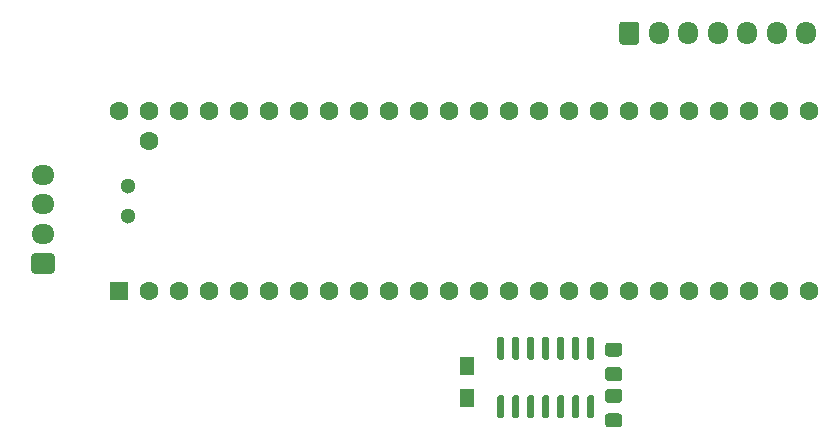
<source format=gbr>
%TF.GenerationSoftware,KiCad,Pcbnew,(5.1.10)-1*%
%TF.CreationDate,2021-09-26T01:53:07+10:00*%
%TF.ProjectId,RedPyKeeb_MCU,52656450-794b-4656-9562-5f4d43552e6b,rev?*%
%TF.SameCoordinates,Original*%
%TF.FileFunction,Soldermask,Top*%
%TF.FilePolarity,Negative*%
%FSLAX46Y46*%
G04 Gerber Fmt 4.6, Leading zero omitted, Abs format (unit mm)*
G04 Created by KiCad (PCBNEW (5.1.10)-1) date 2021-09-26 01:53:07*
%MOMM*%
%LPD*%
G01*
G04 APERTURE LIST*
%ADD10R,1.300000X1.500000*%
%ADD11O,1.700000X1.950000*%
%ADD12O,1.950000X1.700000*%
%ADD13C,1.600000*%
%ADD14R,1.600000X1.600000*%
%ADD15C,1.300000*%
G04 APERTURE END LIST*
D10*
%TO.C,R1*%
X63703200Y-61874400D03*
X63703200Y-59174400D03*
%TD*%
%TO.C,U1*%
G36*
G01*
X74068800Y-61647200D02*
X74368800Y-61647200D01*
G75*
G02*
X74518800Y-61797200I0J-150000D01*
G01*
X74518800Y-63447200D01*
G75*
G02*
X74368800Y-63597200I-150000J0D01*
G01*
X74068800Y-63597200D01*
G75*
G02*
X73918800Y-63447200I0J150000D01*
G01*
X73918800Y-61797200D01*
G75*
G02*
X74068800Y-61647200I150000J0D01*
G01*
G37*
G36*
G01*
X72798800Y-61647200D02*
X73098800Y-61647200D01*
G75*
G02*
X73248800Y-61797200I0J-150000D01*
G01*
X73248800Y-63447200D01*
G75*
G02*
X73098800Y-63597200I-150000J0D01*
G01*
X72798800Y-63597200D01*
G75*
G02*
X72648800Y-63447200I0J150000D01*
G01*
X72648800Y-61797200D01*
G75*
G02*
X72798800Y-61647200I150000J0D01*
G01*
G37*
G36*
G01*
X71528800Y-61647200D02*
X71828800Y-61647200D01*
G75*
G02*
X71978800Y-61797200I0J-150000D01*
G01*
X71978800Y-63447200D01*
G75*
G02*
X71828800Y-63597200I-150000J0D01*
G01*
X71528800Y-63597200D01*
G75*
G02*
X71378800Y-63447200I0J150000D01*
G01*
X71378800Y-61797200D01*
G75*
G02*
X71528800Y-61647200I150000J0D01*
G01*
G37*
G36*
G01*
X70258800Y-61647200D02*
X70558800Y-61647200D01*
G75*
G02*
X70708800Y-61797200I0J-150000D01*
G01*
X70708800Y-63447200D01*
G75*
G02*
X70558800Y-63597200I-150000J0D01*
G01*
X70258800Y-63597200D01*
G75*
G02*
X70108800Y-63447200I0J150000D01*
G01*
X70108800Y-61797200D01*
G75*
G02*
X70258800Y-61647200I150000J0D01*
G01*
G37*
G36*
G01*
X68988800Y-61647200D02*
X69288800Y-61647200D01*
G75*
G02*
X69438800Y-61797200I0J-150000D01*
G01*
X69438800Y-63447200D01*
G75*
G02*
X69288800Y-63597200I-150000J0D01*
G01*
X68988800Y-63597200D01*
G75*
G02*
X68838800Y-63447200I0J150000D01*
G01*
X68838800Y-61797200D01*
G75*
G02*
X68988800Y-61647200I150000J0D01*
G01*
G37*
G36*
G01*
X67718800Y-61647200D02*
X68018800Y-61647200D01*
G75*
G02*
X68168800Y-61797200I0J-150000D01*
G01*
X68168800Y-63447200D01*
G75*
G02*
X68018800Y-63597200I-150000J0D01*
G01*
X67718800Y-63597200D01*
G75*
G02*
X67568800Y-63447200I0J150000D01*
G01*
X67568800Y-61797200D01*
G75*
G02*
X67718800Y-61647200I150000J0D01*
G01*
G37*
G36*
G01*
X66448800Y-61647200D02*
X66748800Y-61647200D01*
G75*
G02*
X66898800Y-61797200I0J-150000D01*
G01*
X66898800Y-63447200D01*
G75*
G02*
X66748800Y-63597200I-150000J0D01*
G01*
X66448800Y-63597200D01*
G75*
G02*
X66298800Y-63447200I0J150000D01*
G01*
X66298800Y-61797200D01*
G75*
G02*
X66448800Y-61647200I150000J0D01*
G01*
G37*
G36*
G01*
X66448800Y-56697200D02*
X66748800Y-56697200D01*
G75*
G02*
X66898800Y-56847200I0J-150000D01*
G01*
X66898800Y-58497200D01*
G75*
G02*
X66748800Y-58647200I-150000J0D01*
G01*
X66448800Y-58647200D01*
G75*
G02*
X66298800Y-58497200I0J150000D01*
G01*
X66298800Y-56847200D01*
G75*
G02*
X66448800Y-56697200I150000J0D01*
G01*
G37*
G36*
G01*
X67718800Y-56697200D02*
X68018800Y-56697200D01*
G75*
G02*
X68168800Y-56847200I0J-150000D01*
G01*
X68168800Y-58497200D01*
G75*
G02*
X68018800Y-58647200I-150000J0D01*
G01*
X67718800Y-58647200D01*
G75*
G02*
X67568800Y-58497200I0J150000D01*
G01*
X67568800Y-56847200D01*
G75*
G02*
X67718800Y-56697200I150000J0D01*
G01*
G37*
G36*
G01*
X68988800Y-56697200D02*
X69288800Y-56697200D01*
G75*
G02*
X69438800Y-56847200I0J-150000D01*
G01*
X69438800Y-58497200D01*
G75*
G02*
X69288800Y-58647200I-150000J0D01*
G01*
X68988800Y-58647200D01*
G75*
G02*
X68838800Y-58497200I0J150000D01*
G01*
X68838800Y-56847200D01*
G75*
G02*
X68988800Y-56697200I150000J0D01*
G01*
G37*
G36*
G01*
X70258800Y-56697200D02*
X70558800Y-56697200D01*
G75*
G02*
X70708800Y-56847200I0J-150000D01*
G01*
X70708800Y-58497200D01*
G75*
G02*
X70558800Y-58647200I-150000J0D01*
G01*
X70258800Y-58647200D01*
G75*
G02*
X70108800Y-58497200I0J150000D01*
G01*
X70108800Y-56847200D01*
G75*
G02*
X70258800Y-56697200I150000J0D01*
G01*
G37*
G36*
G01*
X71528800Y-56697200D02*
X71828800Y-56697200D01*
G75*
G02*
X71978800Y-56847200I0J-150000D01*
G01*
X71978800Y-58497200D01*
G75*
G02*
X71828800Y-58647200I-150000J0D01*
G01*
X71528800Y-58647200D01*
G75*
G02*
X71378800Y-58497200I0J150000D01*
G01*
X71378800Y-56847200D01*
G75*
G02*
X71528800Y-56697200I150000J0D01*
G01*
G37*
G36*
G01*
X72798800Y-56697200D02*
X73098800Y-56697200D01*
G75*
G02*
X73248800Y-56847200I0J-150000D01*
G01*
X73248800Y-58497200D01*
G75*
G02*
X73098800Y-58647200I-150000J0D01*
G01*
X72798800Y-58647200D01*
G75*
G02*
X72648800Y-58497200I0J150000D01*
G01*
X72648800Y-56847200D01*
G75*
G02*
X72798800Y-56697200I150000J0D01*
G01*
G37*
G36*
G01*
X74068800Y-56697200D02*
X74368800Y-56697200D01*
G75*
G02*
X74518800Y-56847200I0J-150000D01*
G01*
X74518800Y-58497200D01*
G75*
G02*
X74368800Y-58647200I-150000J0D01*
G01*
X74068800Y-58647200D01*
G75*
G02*
X73918800Y-58497200I0J150000D01*
G01*
X73918800Y-56847200D01*
G75*
G02*
X74068800Y-56697200I150000J0D01*
G01*
G37*
%TD*%
D11*
%TO.C,J2*%
X92470000Y-30988000D03*
X89970000Y-30988000D03*
X87470000Y-30988000D03*
X84970000Y-30988000D03*
X82470000Y-30988000D03*
X79970000Y-30988000D03*
G36*
G01*
X76620000Y-31713000D02*
X76620000Y-30263000D01*
G75*
G02*
X76870000Y-30013000I250000J0D01*
G01*
X78070000Y-30013000D01*
G75*
G02*
X78320000Y-30263000I0J-250000D01*
G01*
X78320000Y-31713000D01*
G75*
G02*
X78070000Y-31963000I-250000J0D01*
G01*
X76870000Y-31963000D01*
G75*
G02*
X76620000Y-31713000I0J250000D01*
G01*
G37*
%TD*%
D12*
%TO.C,J0*%
X27838400Y-42995200D03*
X27838400Y-45495200D03*
X27838400Y-47995200D03*
G36*
G01*
X28563400Y-51345200D02*
X27113400Y-51345200D01*
G75*
G02*
X26863400Y-51095200I0J250000D01*
G01*
X26863400Y-49895200D01*
G75*
G02*
X27113400Y-49645200I250000J0D01*
G01*
X28563400Y-49645200D01*
G75*
G02*
X28813400Y-49895200I0J-250000D01*
G01*
X28813400Y-51095200D01*
G75*
G02*
X28563400Y-51345200I-250000J0D01*
G01*
G37*
%TD*%
%TO.C,C1*%
G36*
G01*
X75674200Y-61113000D02*
X76624200Y-61113000D01*
G75*
G02*
X76874200Y-61363000I0J-250000D01*
G01*
X76874200Y-62038000D01*
G75*
G02*
X76624200Y-62288000I-250000J0D01*
G01*
X75674200Y-62288000D01*
G75*
G02*
X75424200Y-62038000I0J250000D01*
G01*
X75424200Y-61363000D01*
G75*
G02*
X75674200Y-61113000I250000J0D01*
G01*
G37*
G36*
G01*
X75674200Y-63188000D02*
X76624200Y-63188000D01*
G75*
G02*
X76874200Y-63438000I0J-250000D01*
G01*
X76874200Y-64113000D01*
G75*
G02*
X76624200Y-64363000I-250000J0D01*
G01*
X75674200Y-64363000D01*
G75*
G02*
X75424200Y-64113000I0J250000D01*
G01*
X75424200Y-63438000D01*
G75*
G02*
X75674200Y-63188000I250000J0D01*
G01*
G37*
%TD*%
%TO.C,C2*%
G36*
G01*
X76624200Y-58376400D02*
X75674200Y-58376400D01*
G75*
G02*
X75424200Y-58126400I0J250000D01*
G01*
X75424200Y-57451400D01*
G75*
G02*
X75674200Y-57201400I250000J0D01*
G01*
X76624200Y-57201400D01*
G75*
G02*
X76874200Y-57451400I0J-250000D01*
G01*
X76874200Y-58126400D01*
G75*
G02*
X76624200Y-58376400I-250000J0D01*
G01*
G37*
G36*
G01*
X76624200Y-60451400D02*
X75674200Y-60451400D01*
G75*
G02*
X75424200Y-60201400I0J250000D01*
G01*
X75424200Y-59526400D01*
G75*
G02*
X75674200Y-59276400I250000J0D01*
G01*
X76624200Y-59276400D01*
G75*
G02*
X76874200Y-59526400I0J-250000D01*
G01*
X76874200Y-60201400D01*
G75*
G02*
X76624200Y-60451400I-250000J0D01*
G01*
G37*
%TD*%
D13*
%TO.C,U0*%
X36830000Y-40132000D03*
X34290000Y-37592000D03*
X36830000Y-37592000D03*
X39370000Y-37592000D03*
X41910000Y-37592000D03*
X44450000Y-37592000D03*
X46990000Y-37592000D03*
X49530000Y-37592000D03*
X52070000Y-37592000D03*
X54610000Y-37592000D03*
X57150000Y-37592000D03*
X59690000Y-37592000D03*
X62230000Y-37592000D03*
X64770000Y-37592000D03*
X67310000Y-37592000D03*
D14*
X34290000Y-52832000D03*
D13*
X36830000Y-52832000D03*
X39370000Y-52832000D03*
X41910000Y-52832000D03*
X44450000Y-52832000D03*
X46990000Y-52832000D03*
X49530000Y-52832000D03*
X52070000Y-52832000D03*
X54610000Y-52832000D03*
X57150000Y-52832000D03*
X59690000Y-52832000D03*
X62230000Y-52832000D03*
X64770000Y-52832000D03*
X69850000Y-37592000D03*
X72390000Y-37592000D03*
X74930000Y-37592000D03*
X77470000Y-37592000D03*
X80010000Y-37592000D03*
X82550000Y-37592000D03*
X85090000Y-37592000D03*
X87630000Y-37592000D03*
X90170000Y-37592000D03*
X92710000Y-37592000D03*
X92710000Y-52832000D03*
X90170000Y-52832000D03*
X87630000Y-52832000D03*
X85090000Y-52832000D03*
X67310000Y-52832000D03*
X69850000Y-52832000D03*
X72390000Y-52832000D03*
X82550000Y-52832000D03*
X80010000Y-52832000D03*
X77470000Y-52832000D03*
X74930000Y-52832000D03*
D15*
X35020000Y-46482000D03*
X35020000Y-43942000D03*
%TD*%
M02*

</source>
